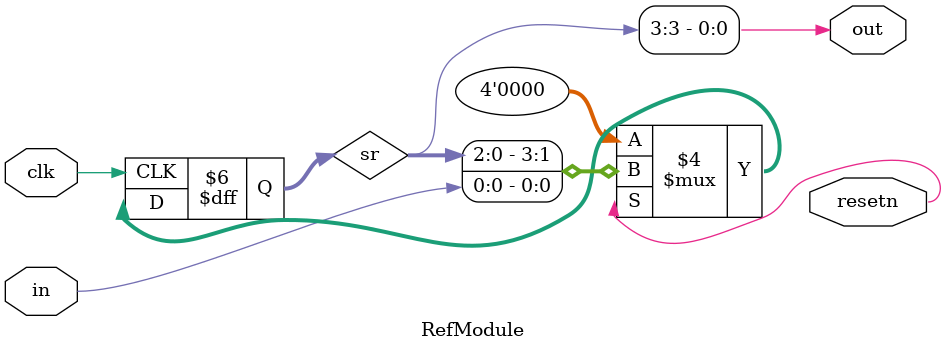
<source format=sv>

module RefModule (
  input clk,
  output resetn,
  input in,
  output out
);

  reg [3:0] sr;
  always @(posedge clk) begin
    if (~resetn)
      sr <= '0;
    else
      sr <= {sr[2:0], in};
  end

  assign out = sr[3];

endmodule


</source>
